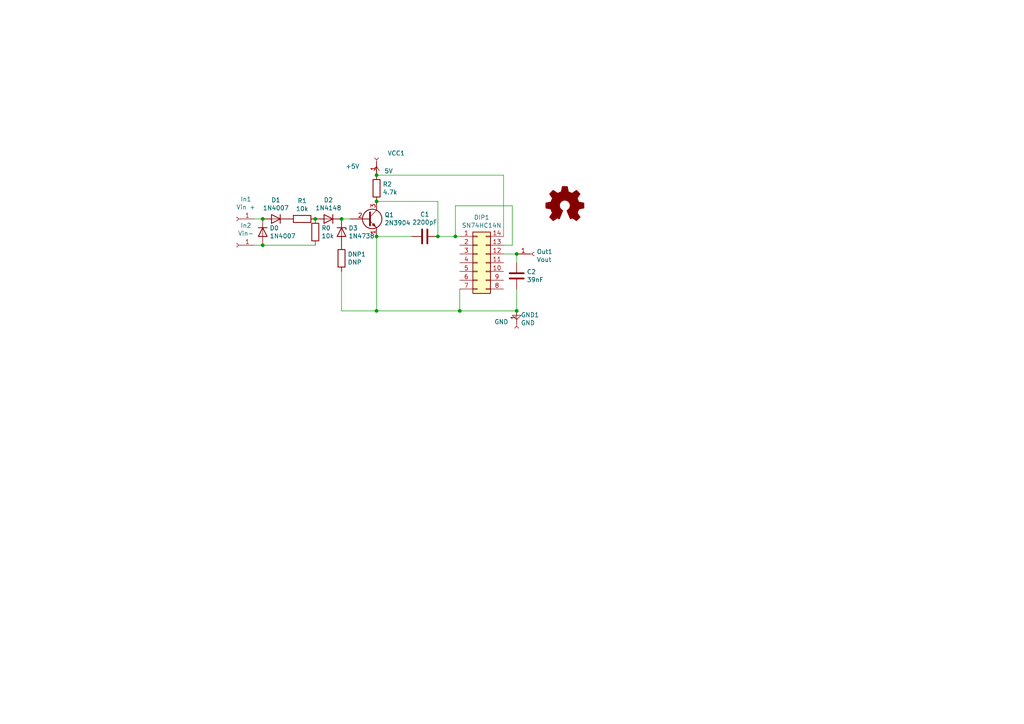
<source format=kicad_sch>
(kicad_sch (version 20211123) (generator eeschema)
  (paper "A4")
  (lib_symbols
    (symbol "Connector:Conn_01x01_Female" (pin_names (offset 1.016) hide)
      (property "Reference" "J" (at 0 2.54 0))
      (property "Value" "Conn_01x01_Female" (at 0 -2.54 0))
      (symbol "Conn_01x01_Female_1_1"
        (polyline (pts (xy -1.27 0) (xy -0.508 0)) (stroke (width 0.1524)))
        (arc (start 0 0.508) (mid -0.508 0) (end 0 -0.508) (stroke (width 0.1524)))
        (pin passive line (at -5.08 0 0) (length 3.81) (name "Pin_1") (number "1"))
      )
    )
    (symbol "Connector_Generic:Conn_02x07_Counter_Clockwise" (pin_names (offset 1.016) hide)
      (property "Reference" "J" (at 1.27 10.16 0))
      (property "Value" "Conn_02x07_Counter_Clockwise" (at 1.27 -10.16 0))
      (symbol "Conn_02x07_Counter_Clockwise_1_1"
        (rectangle (start -1.27 -7.493) (end 0 -7.747) (stroke (width 0.1524)))
        (rectangle (start -1.27 -4.953) (end 0 -5.207) (stroke (width 0.1524)))
        (rectangle (start -1.27 -2.413) (end 0 -2.667) (stroke (width 0.1524)))
        (rectangle (start -1.27 0.127) (end 0 -0.127) (stroke (width 0.1524)))
        (rectangle (start -1.27 2.667) (end 0 2.413) (stroke (width 0.1524)))
        (rectangle (start -1.27 5.207) (end 0 4.953) (stroke (width 0.1524)))
        (rectangle (start -1.27 7.747) (end 0 7.493) (stroke (width 0.1524)))
        (rectangle (start -1.27 8.89) (end 3.81 -8.89) (stroke (width 0.254)) (fill (type background)))
        (rectangle (start 3.81 -7.493) (end 2.54 -7.747) (stroke (width 0.1524)))
        (rectangle (start 3.81 -4.953) (end 2.54 -5.207) (stroke (width 0.1524)))
        (rectangle (start 3.81 -2.413) (end 2.54 -2.667) (stroke (width 0.1524)))
        (rectangle (start 3.81 0.127) (end 2.54 -0.127) (stroke (width 0.1524)))
        (rectangle (start 3.81 2.667) (end 2.54 2.413) (stroke (width 0.1524)))
        (rectangle (start 3.81 5.207) (end 2.54 4.953) (stroke (width 0.1524)))
        (rectangle (start 3.81 7.747) (end 2.54 7.493) (stroke (width 0.1524)))
        (pin passive line (at -5.08 7.62 0) (length 3.81) (name "Pin_1") (number "1"))
        (pin passive line (at 7.62 -2.54 180) (length 3.81) (name "Pin_10") (number "10"))
        (pin passive line (at 7.62 0 180) (length 3.81) (name "Pin_11") (number "11"))
        (pin passive line (at 7.62 2.54 180) (length 3.81) (name "Pin_12") (number "12"))
        (pin passive line (at 7.62 5.08 180) (length 3.81) (name "Pin_13") (number "13"))
        (pin passive line (at 7.62 7.62 180) (length 3.81) (name "Pin_14") (number "14"))
        (pin passive line (at -5.08 5.08 0) (length 3.81) (name "Pin_2") (number "2"))
        (pin passive line (at -5.08 2.54 0) (length 3.81) (name "Pin_3") (number "3"))
        (pin passive line (at -5.08 0 0) (length 3.81) (name "Pin_4") (number "4"))
        (pin passive line (at -5.08 -2.54 0) (length 3.81) (name "Pin_5") (number "5"))
        (pin passive line (at -5.08 -5.08 0) (length 3.81) (name "Pin_6") (number "6"))
        (pin passive line (at -5.08 -7.62 0) (length 3.81) (name "Pin_7") (number "7"))
        (pin passive line (at 7.62 -7.62 180) (length 3.81) (name "Pin_8") (number "8"))
        (pin passive line (at 7.62 -5.08 180) (length 3.81) (name "Pin_9") (number "9"))
      )
    )
    (symbol "Device:C" (pin_numbers hide) (pin_names (offset 0.254))
      (property "Reference" "C" (at 0.635 2.54 0))
      (property "Value" "C" (at 0.635 -2.54 0))
      (symbol "C_0_1"
        (polyline (pts (xy -2.032 -0.762) (xy 2.032 -0.762)) (stroke (width 0.508)))
        (polyline (pts (xy -2.032 0.762) (xy 2.032 0.762)) (stroke (width 0.508)))
      )
      (symbol "C_1_1"
        (pin passive line (at 0 3.81 270) (length 2.794) (name "~") (number "1"))
        (pin passive line (at 0 -3.81 90) (length 2.794) (name "~") (number "2"))
      )
    )
    (symbol "Device:R" (pin_numbers hide) (pin_names (offset 0))
      (property "Reference" "R" (at 2.032 0 90))
      (property "Value" "R" (at 0 0 90))
      (symbol "R_0_1"
        (rectangle (start -1.016 -2.54) (end 1.016 2.54) (stroke (width 0.254)))
      )
      (symbol "R_1_1"
        (pin passive line (at 0 3.81 270) (length 1.27) (name "~") (number "1"))
        (pin passive line (at 0 -3.81 90) (length 1.27) (name "~") (number "2"))
      )
    )
    (symbol "Diode:1N4007" (pin_numbers hide) (pin_names (offset 1.016) hide)
      (property "Reference" "D" (at 0 2.54 0))
      (property "Value" "1N4007" (at 0 -2.54 0))
      (symbol "1N4007_0_1"
        (polyline (pts (xy -1.27 1.27) (xy -1.27 -1.27)) (stroke (width 0.254)))
        (polyline (pts (xy 1.27 0) (xy -1.27 0)))
        (polyline (pts (xy 1.27 1.27) (xy 1.27 -1.27) (xy -1.27 0) (xy 1.27 1.27)) (stroke (width 0.254)))
      )
      (symbol "1N4007_1_1"
        (pin passive line (at -3.81 0 0) (length 2.54) (name "K") (number "1"))
        (pin passive line (at 3.81 0 180) (length 2.54) (name "A") (number "2"))
      )
    )
    (symbol "Diode:1N4148" (pin_numbers hide) (pin_names (offset 1.016) hide)
      (property "Reference" "D" (at 0 2.54 0))
      (property "Value" "1N4148" (at 0 -2.54 0))
      (symbol "1N4148_0_1"
        (polyline (pts (xy -1.27 1.27) (xy -1.27 -1.27)) (stroke (width 0.254)))
        (polyline (pts (xy 1.27 0) (xy -1.27 0)))
        (polyline (pts (xy 1.27 1.27) (xy 1.27 -1.27) (xy -1.27 0) (xy 1.27 1.27)) (stroke (width 0.254)))
      )
      (symbol "1N4148_1_1"
        (pin passive line (at -3.81 0 0) (length 2.54) (name "K") (number "1"))
        (pin passive line (at 3.81 0 180) (length 2.54) (name "A") (number "2"))
      )
    )
    (symbol "Diode:1N47xxA" (pin_numbers hide) (pin_names hide)
      (property "Reference" "D" (at 0 2.54 0))
      (property "Value" "1N47xxA" (at 0 -2.54 0))
      (symbol "1N47xxA_0_1"
        (polyline (pts (xy 1.27 0) (xy -1.27 0)))
        (polyline (pts (xy -1.27 -1.27) (xy -1.27 1.27) (xy -0.762 1.27)) (stroke (width 0.254)))
        (polyline (pts (xy 1.27 -1.27) (xy 1.27 1.27) (xy -1.27 0) (xy 1.27 -1.27)) (stroke (width 0.254)))
      )
      (symbol "1N47xxA_1_1"
        (pin passive line (at -3.81 0 0) (length 2.54) (name "K") (number "1"))
        (pin passive line (at 3.81 0 180) (length 2.54) (name "A") (number "2"))
      )
    )
    (symbol "Graphic:Logo_Open_Hardware_Small" (pin_names (offset 1.016))
      (symbol "Logo_Open_Hardware_Small_0_1"
        (polyline (pts (xy 3.3528 -4.3434) (xy 3.302 -4.318) (xy 3.175 -4.2418) (xy 2.9972 -4.1148) (xy 2.7686 -3.9624) (xy 2.54 -3.81) (xy 2.3622 -3.7084) (xy 2.2352 -3.6068) (xy 2.1844 -3.5814) (xy 2.159 -3.6068) (xy 2.0574 -3.6576) (xy 1.905 -3.7338) (xy 1.8034 -3.7846) (xy 1.6764 -3.8354) (xy 1.6002 -3.8354) (xy 1.6002 -3.8354) (xy 1.5494 -3.7338) (xy 1.4732 -3.5306) (xy 1.3462 -3.302) (xy 1.2446 -3.0226) (xy 1.1176 -2.7178) (xy 0.9652 -2.413) (xy 0.8636 -2.1082) (xy 0.7366 -1.8288) (xy 0.6604 -1.6256) (xy 0.6096 -1.4732) (xy 0.5842 -1.397) (xy 0.5842 -1.397) (xy 0.6604 -1.3208) (xy 0.7874 -1.2446) (xy 1.0414 -1.016) (xy 1.2954 -0.6858) (xy 1.4478 -0.3302) (xy 1.524 0.0762) (xy 1.4732 0.4572) (xy 1.3208 0.8128) (xy 1.0668 1.143) (xy 0.762 1.3716) (xy 0.4064 1.524) (xy 0 1.5748) (xy -0.381 1.5494) (xy -0.7366 1.397) (xy -1.0668 1.143) (xy -1.2192 0.9906) (xy -1.397 0.6604) (xy -1.524 0.3048) (xy -1.524 0.2286) (xy -1.4986 -0.1778) (xy -1.397 -0.5334) (xy -1.1938 -0.8636) (xy -0.9144 -1.143) (xy -0.8636 -1.1684) (xy -0.7366 -1.27) (xy -0.635 -1.3462) (xy -0.5842 -1.397) (xy -1.0668 -2.5908) (xy -1.143 -2.794) (xy -1.2954 -3.1242) (xy -1.397 -3.4036) (xy -1.4986 -3.6322) (xy -1.5748 -3.7846) (xy -1.6002 -3.8354) (xy -1.6002 -3.8354) (xy -1.651 -3.8354) (xy -1.7272 -3.81) (xy -1.905 -3.7338) (xy -2.0066 -3.683) (xy -2.1336 -3.6068) (xy -2.2098 -3.5814) (xy -2.2606 -3.6068) (xy -2.3622 -3.683) (xy -2.54 -3.81) (xy -2.7686 -3.9624) (xy -2.9718 -4.0894) (xy -3.1496 -4.2164) (xy -3.302 -4.318) (xy -3.3528 -4.3434) (xy -3.3782 -4.3434) (xy -3.429 -4.318) (xy -3.5306 -4.2164) (xy -3.7084 -4.064) (xy -3.937 -3.8354) (xy -3.9624 -3.81) (xy -4.1656 -3.6068) (xy -4.318 -3.4544) (xy -4.4196 -3.3274) (xy -4.445 -3.2766) (xy -4.445 -3.2766) (xy -4.4196 -3.2258) (xy -4.318 -3.0734) (xy -4.2164 -2.8956) (xy -4.064 -2.667) (xy -3.6576 -2.0828) (xy -3.8862 -1.5494) (xy -3.937 -1.3716) (xy -4.0386 -1.1684) (xy -4.0894 -1.0414) (xy -4.1148 -0.9652) (xy -4.191 -0.9398) (xy -4.318 -0.9144) (xy -4.5466 -0.8636) (xy -4.8006 -0.8128) (xy -5.0546 -0.7874) (xy -5.2578 -0.7366) (xy -5.4356 -0.7112) (xy -5.5118 -0.6858) (xy -5.5118 -0.6858) (xy -5.5372 -0.635) (xy -5.5372 -0.5588) (xy -5.5372 -0.4318) (xy -5.5626 -0.2286) (xy -5.5626 0.0762) (xy -5.5626 0.127) (xy -5.5372 0.4064) (xy -5.5372 0.635) (xy -5.5372 0.762) (xy -5.5372 0.8382) (xy -5.5372 0.8382) (xy -5.461 0.8382) (xy -5.3086 0.889) (xy -5.08 0.9144) (xy -4.826 0.9652) (xy -4.8006 0.9906) (xy -4.5466 1.0414) (xy -4.318 1.0668) (xy -4.1656 1.1176) (xy -4.0894 1.143) (xy -4.0894 1.143) (xy -4.0386 1.2446) (xy -3.9624 1.4224) (xy -3.8608 1.6256) (xy -3.7846 1.8288) (xy -3.7084 2.0066) (xy -3.6576 2.159) (xy -3.6322 2.2098) (xy -3.6322 2.2098) (xy -3.683 2.286) (xy -3.7592 2.413) (xy -3.8862 2.5908) (xy -4.064 2.8194) (xy -4.064 2.8448) (xy -4.2164 3.0734) (xy -4.3434 3.2512) (xy -4.4196 3.3782) (xy -4.445 3.4544) (xy -4.445 3.4544) (xy -4.3942 3.5052) (xy -4.2926 3.6322) (xy -4.1148 3.81) (xy -3.937 4.0132) (xy -3.8608 4.064) (xy -3.6576 4.2926) (xy -3.5052 4.4196) (xy -3.4036 4.4958) (xy -3.3528 4.5212) (xy -3.3528 4.5212) (xy -3.302 4.4704) (xy -3.1496 4.3688) (xy -2.9718 4.2418) (xy -2.7432 4.0894) (xy -2.7178 4.0894) (xy -2.4892 3.937) (xy -2.3114 3.81) (xy -2.1844 3.7084) (xy -2.1336 3.683) (xy -2.1082 3.683) (xy -2.032 3.7084) (xy -1.8542 3.7592) (xy -1.6764 3.8354) (xy -1.4732 3.937) (xy -1.27 4.0132) (xy -1.143 4.064) (xy -1.0668 4.1148) (xy -1.0668 4.1148) (xy -1.0414 4.191) (xy -1.016 4.3434) (xy -0.9652 4.572) (xy -0.9144 4.8514) (xy -0.889 4.9022) (xy -0.8382 5.1562) (xy -0.8128 5.3848) (xy -0.7874 5.5372) (xy -0.762 5.588) (xy -0.7112 5.6134) (xy -0.5842 5.6134) (xy -0.4064 5.6134) (xy -0.1524 5.6134) (xy 0.0762 5.6134) (xy 0.3302 5.6134) (xy 0.5334 5.6134) (xy 0.6858 5.588) (xy 0.7366 5.588) (xy 0.7366 5.588) (xy 0.762 5.5118) (xy 0.8128 5.334) (xy 0.8382 5.1054) (xy 0.9144 4.826) (xy 0.9144 4.7752) (xy 0.9652 4.5212) (xy 1.016 4.2926) (xy 1.0414 4.1402) (xy 1.0668 4.0894) (xy 1.0668 4.0894) (xy 1.1938 4.0386) (xy 1.3716 3.9624) (xy 1.5748 3.8608) (xy 2.0828 3.6576) (xy 2.7178 4.0894) (xy 2.7686 4.1402) (xy 2.9972 4.2926) (xy 3.175 4.4196) (xy 3.302 4.4958) (xy 3.3782 4.5212) (xy 3.3782 4.5212) (xy 3.429 4.4704) (xy 3.556 4.3434) (xy 3.7338 4.191) (xy 3.9116 3.9878) (xy 4.064 3.8354) (xy 4.2418 3.6576) (xy 4.3434 3.556) (xy 4.4196 3.4798) (xy 4.4196 3.429) (xy 4.4196 3.4036) (xy 4.3942 3.3274) (xy 4.2926 3.2004) (xy 4.1656 2.9972) (xy 4.0132 2.794) (xy 3.8862 2.5908) (xy 3.7592 2.3876) (xy 3.6576 2.2352) (xy 3.6322 2.159) (xy 3.6322 2.1336) (xy 3.683 2.0066) (xy 3.7592 1.8288) (xy 3.8608 1.6002) (xy 4.064 1.1176) (xy 4.3942 1.0414) (xy 4.5974 1.016) (xy 4.8768 0.9652) (xy 5.1308 0.9144) (xy 5.5372 0.8382) (xy 5.5626 -0.6604) (xy 5.4864 -0.6858) (xy 5.4356 -0.6858) (xy 5.2832 -0.7366) (xy 5.0546 -0.762) (xy 4.8006 -0.8128) (xy 4.5974 -0.8636) (xy 4.3688 -0.9144) (xy 4.2164 -0.9398) (xy 4.1402 -0.9398) (xy 4.1148 -0.9652) (xy 4.064 -1.0668) (xy 3.9878 -1.2446) (xy 3.9116 -1.4478) (xy 3.81 -1.651) (xy 3.7338 -1.8542) (xy 3.683 -2.0066) (xy 3.6576 -2.0828) (xy 3.683 -2.1336) (xy 3.7846 -2.2606) (xy 3.8862 -2.4638) (xy 4.0386 -2.667) (xy 4.191 -2.8956) (xy 4.318 -3.0734) (xy 4.3942 -3.2004) (xy 4.445 -3.2766) (xy 4.4196 -3.3274) (xy 4.3434 -3.429) (xy 4.1656 -3.5814) (xy 3.937 -3.8354) (xy 3.8862 -3.8608) (xy 3.683 -4.064) (xy 3.5306 -4.2164) (xy 3.4036 -4.318) (xy 3.3528 -4.3434)) (fill (type outline)))
      )
    )
    (symbol "Transistor_BJT:2N3904" (pin_names (offset 0) hide)
      (property "Reference" "Q" (at 5.08 1.905 0))
      (property "Value" "2N3904" (at 5.08 0 0))
      (symbol "2N3904_0_1"
        (polyline (pts (xy 0.635 0.635) (xy 2.54 2.54)))
        (polyline (pts (xy 0.635 -0.635) (xy 2.54 -2.54) (xy 2.54 -2.54)))
        (polyline (pts (xy 0.635 1.905) (xy 0.635 -1.905) (xy 0.635 -1.905)) (stroke (width 0.508)))
        (polyline (pts (xy 1.27 -1.778) (xy 1.778 -1.27) (xy 2.286 -2.286) (xy 1.27 -1.778) (xy 1.27 -1.778)) (fill (type outline)))
        (circle (center 1.27 0) (radius 2.8194) (stroke (width 0.254)))
      )
      (symbol "2N3904_1_1"
        (pin passive line (at 2.54 -5.08 90) (length 2.54) (name "E") (number "1"))
        (pin passive line (at -5.08 0 0) (length 5.715) (name "B") (number "2"))
        (pin passive line (at 2.54 5.08 270) (length 2.54) (name "C") (number "3"))
      )
    )
    (symbol "power:+5V" (power) (pin_names (offset 0))
      (property "Value" "+5V" (at 0 3.556 0))
      (symbol "+5V_0_1"
        (polyline (pts (xy -0.762 1.27) (xy 0 2.54)))
        (polyline (pts (xy 0 0) (xy 0 2.54)))
        (polyline (pts (xy 0 2.54) (xy 0.762 1.27)))
      )
      (symbol "+5V_1_1"
        (pin power_in line (at 0 0 90) (length 0) hide (name "+5V") (number "1"))
      )
    )
    (symbol "power:GND" (power) (pin_names (offset 0))
      (property "Value" "GND" (at 0 -3.81 0))
      (symbol "GND_0_1"
        (polyline (pts (xy 0 0) (xy 0 -1.27) (xy 1.27 -1.27) (xy 0 -2.54) (xy -1.27 -1.27) (xy 0 -1.27)))
      )
      (symbol "GND_1_1"
        (pin power_in line (at 0 0 270) (length 0) hide (name "GND") (number "1"))
      )
    )
  )
  (junction (at 149.86 73.66))
  (junction (at 91.44 63.5))
  (junction (at 133.35 90.17))
  (junction (at 99.06 63.5))
  (junction (at 109.22 50.8))
  (junction (at 109.22 90.17))
  (junction (at 109.22 58.42))
  (junction (at 127 68.58))
  (junction (at 76.2 63.5))
  (junction (at 149.86 90.17))
  (junction (at 109.22 68.58))
  (junction (at 132.08 68.58))
  (junction (at 76.2 71.12))
  (wire (pts (xy 127 68.58) (xy 127 58.42)))
  (wire (pts (xy 146.05 73.66) (xy 149.86 73.66)))
  (wire (pts (xy 149.86 90.17) (xy 133.35 90.17)))
  (wire (pts (xy 101.6 63.5) (xy 99.06 63.5)))
  (wire (pts (xy 146.05 50.8) (xy 109.22 50.8)))
  (wire (pts (xy 132.08 68.58) (xy 132.08 59.69)))
  (wire (pts (xy 99.06 90.17) (xy 99.06 78.74)))
  (wire (pts (xy 73.66 63.5) (xy 76.2 63.5)))
  (wire (pts (xy 109.22 68.58) (xy 109.22 90.17)))
  (wire (pts (xy 148.59 71.12) (xy 146.05 71.12)))
  (wire (pts (xy 119.38 68.58) (xy 109.22 68.58)))
  (wire (pts (xy 133.35 90.17) (xy 109.22 90.17)))
  (wire (pts (xy 146.05 68.58) (xy 146.05 50.8)))
  (wire (pts (xy 73.66 71.12) (xy 76.2 71.12)))
  (wire (pts (xy 109.22 90.17) (xy 99.06 90.17)))
  (wire (pts (xy 149.86 73.66) (xy 149.86 76.2)))
  (wire (pts (xy 132.08 59.69) (xy 148.59 59.69)))
  (wire (pts (xy 133.35 83.82) (xy 133.35 90.17)))
  (wire (pts (xy 149.86 83.82) (xy 149.86 90.17)))
  (wire (pts (xy 127 58.42) (xy 109.22 58.42)))
  (wire (pts (xy 127 68.58) (xy 132.08 68.58)))
  (wire (pts (xy 132.08 68.58) (xy 133.35 68.58)))
  (wire (pts (xy 148.59 59.69) (xy 148.59 71.12)))
  (wire (pts (xy 76.2 71.12) (xy 91.44 71.12)))
  (symbol (lib_id "Diode:1N4007") (at 76.2 67.31 270) (unit 1)
    (property "Reference" "D0" (at 78.2066 66.1416 90) (effects (justify left)))
    (property "Value" "1N4007" (at 78.2066 68.453 90) (effects (justify left)))
    (property "Footprint" "Diode_THT:D_DO-41_SOD81_P7.62mm_Horizontal" (effects hide))
    (property "Datasheet" "http://www.vishay.com/docs/88503/1n4001.pdf" (effects hide))
  )
  (symbol (lib_id "Diode:1N4007") (at 80.01 63.5 180) (unit 1)
    (property "Reference" "D1" (at 80.01 58.0136 0))
    (property "Value" "1N4007" (at 80.01 60.325 0))
    (property "Footprint" "Diode_THT:D_DO-41_SOD81_P7.62mm_Horizontal" (effects hide))
    (property "Datasheet" "http://www.vishay.com/docs/88503/1n4001.pdf" (effects hide))
  )
  (symbol (lib_id "Device:R") (at 87.63 63.5 270) (unit 1)
    (property "Reference" "R1" (at 87.63 58.2422 90))
    (property "Value" "10k" (at 87.63 60.5536 90))
    (property "Footprint" "Resistor_SMD:R_0805_2012Metric" (effects hide))
  )
  (symbol (lib_id "Device:R") (at 91.44 67.31 180) (unit 1)
    (property "Reference" "R0" (at 93.218 66.1416 0) (effects (justify right)))
    (property "Value" "10k" (at 93.218 68.453 0) (effects (justify right)))
    (property "Footprint" "Resistor_SMD:R_0805_2012Metric" (effects hide))
  )
  (symbol (lib_id "Diode:1N4148") (at 95.25 63.5 180) (unit 1)
    (property "Reference" "D2" (at 95.25 58.0136 0))
    (property "Value" "1N4148" (at 95.25 60.325 0))
    (property "Footprint" "Diode_THT:D_T-1_P5.08mm_Horizontal" (effects hide))
    (property "Datasheet" "http://www.nxp.com/documents/data_sheet/1N4148_1N4448.pdf" (effects hide))
  )
  (symbol (lib_id "Diode:1N47xxA") (at 99.06 67.31 270) (unit 1)
    (property "Reference" "D3" (at 101.0666 66.1416 90) (effects (justify left)))
    (property "Value" "1N4738" (at 101.0666 68.453 90) (effects (justify left)))
    (property "Footprint" "Diode_THT:D_DO-41_SOD81_P7.62mm_Horizontal" (effects hide))
    (property "Datasheet" "https://www.vishay.com/docs/85816/1n4728a.pdf" (effects hide))
  )
  (symbol (lib_id "Device:R") (at 99.06 74.93 0) (unit 1)
    (property "Reference" "DNP1" (at 100.838 73.7616 0) (effects (justify left)))
    (property "Value" "DNP" (at 100.838 76.073 0) (effects (justify left)))
    (property "Footprint" "Resistor_SMD:R_0805_2012Metric" (effects hide))
  )
  (symbol (lib_id "Transistor_BJT:2N3904") (at 106.68 63.5 0) (unit 1)
    (property "Reference" "Q1" (at 111.506 62.3316 0) (effects (justify left)))
    (property "Value" "2N3904" (at 111.506 64.643 0) (effects (justify left)))
    (property "Footprint" "Package_TO_SOT_THT:TO-92_Inline" (effects hide))
    (property "Datasheet" "https://www.fairchildsemi.com/datasheets/2N/2N3904.pdf" (effects hide))
  )
  (symbol (lib_id "Device:R") (at 109.22 54.61 0) (unit 1)
    (property "Reference" "R2" (at 110.998 53.4416 0) (effects (justify left)))
    (property "Value" "4.7k" (at 110.998 55.753 0) (effects (justify left)))
    (property "Footprint" "Resistor_SMD:R_0805_2012Metric" (effects hide))
  )
  (symbol (lib_id "power:+5V") (at 109.22 50.8 0) (unit 1)
    (property "Reference" "#PWR0101" (effects hide))
    (property "Value" "+5V" (at 102.235 48.26 0))
  )
  (symbol (lib_id "Device:C") (at 123.19 68.58 270) (unit 1)
    (property "Reference" "C1" (at 123.19 62.1792 90))
    (property "Value" "2200pF" (at 123.19 64.4906 90))
    (property "Footprint" "Capacitor_THT:C_Rect_L11.0mm_W3.5mm_P10.00mm_MKT" (effects hide))
  )
  (symbol (lib_id "Connector_Generic:Conn_02x07_Counter_Clockwise") (at 138.43 76.2 0) (unit 1)
    (property "Reference" "DIP1" (at 139.7 63.0682 0))
    (property "Value" "SN74HC14N" (at 139.7 65.3796 0))
    (property "Footprint" "Package_DIP:DIP-14_W7.62mm" (effects hide))
  )
  (symbol (lib_id "Connector:Conn_01x01_Female") (at 68.58 71.12 180) (unit 1)
    (property "Reference" "In2" (at 71.3232 65.405 0))
    (property "Value" "Vin-" (at 71.3232 67.7164 0))
    (property "Footprint" "Connector_PinHeader_2.54mm:PinHeader_1x02_P2.54mm_Vertical" (effects hide))
  )
  (symbol (lib_id "Connector:Conn_01x01_Female") (at 68.58 63.5 180) (unit 1)
    (property "Reference" "In1" (at 71.3232 57.785 0))
    (property "Value" "Vin +" (at 71.3232 60.0964 0))
    (property "Footprint" "Connector_PinHeader_2.54mm:PinHeader_1x02_P2.54mm_Vertical" (effects hide))
  )
  (symbol (lib_id "Connector:Conn_01x01_Female") (at 154.94 73.66 0) (unit 1)
    (property "Reference" "Out1" (at 155.6512 72.9996 0) (effects (justify left)))
    (property "Value" "Vout" (at 155.6512 75.311 0) (effects (justify left)))
    (property "Footprint" "Connector_PinHeader_2.54mm:PinHeader_1x02_P2.54mm_Vertical" (effects hide))
  )
  (symbol (lib_id "Device:C") (at 149.86 80.01 0) (unit 1)
    (property "Reference" "C2" (at 152.781 78.8416 0) (effects (justify left)))
    (property "Value" "39nF" (at 152.781 81.153 0) (effects (justify left)))
    (property "Footprint" "Capacitor_THT:C_Rect_L7.0mm_W3.5mm_P5.00mm" (effects hide))
  )
  (symbol (lib_id "Connector:Conn_01x01_Female") (at 109.22 45.72 90) (unit 1)
    (property "Reference" "VCC1" (at 112.395 44.45 90) (effects (justify right)))
    (property "Value" "5V" (at 111.4552 49.6062 90) (effects (justify right)))
    (property "Footprint" "Connector_PinHeader_2.54mm:PinHeader_1x02_P2.54mm_Vertical" (effects hide))
  )
  (symbol (lib_id "Connector:Conn_01x01_Female") (at 149.86 95.25 270) (unit 1)
    (property "Reference" "GND1" (at 151.0792 91.3384 90) (effects (justify left)))
    (property "Value" "GND" (at 151.0792 93.6498 90) (effects (justify left)))
    (property "Footprint" "Connector_PinHeader_2.54mm:PinHeader_1x02_P2.54mm_Vertical" (effects hide))
  )
  (symbol (lib_id "power:GND") (at 149.86 90.17 0) (unit 1)
    (property "Reference" "#PWR0102" (effects hide))
    (property "Value" "GND" (at 145.415 93.345 0))
  )
  (symbol (lib_id "Graphic:Logo_Open_Hardware_Small") (at 163.83 59.69 0) (unit 1)
    (property "Reference" "#LOGO1" (effects hide))
    (property "Value" "Logo_Open_Hardware_Small" (effects hide))
    (property "Footprint" "TestBaja:Baja_Logo_Tach" (effects hide))
  )
)
</source>
